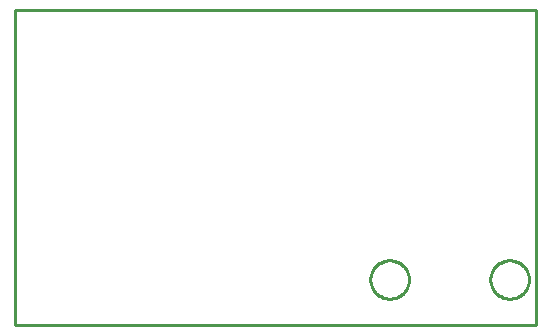
<source format=gbr>
G04 EAGLE Gerber RS-274X export*
G75*
%MOMM*%
%FSLAX34Y34*%
%LPD*%
%IN*%
%IPPOS*%
%AMOC8*
5,1,8,0,0,1.08239X$1,22.5*%
G01*
%ADD10C,0.254000*%


D10*
X0Y0D02*
X441200Y0D01*
X441200Y266600D01*
X0Y266600D01*
X0Y0D01*
X333756Y37568D02*
X333686Y36506D01*
X333547Y35451D01*
X333340Y34407D01*
X333064Y33379D01*
X332722Y32371D01*
X332315Y31387D01*
X331844Y30433D01*
X331312Y29511D01*
X330721Y28626D01*
X330073Y27782D01*
X329371Y26982D01*
X328618Y26229D01*
X327818Y25527D01*
X326974Y24879D01*
X326089Y24288D01*
X325167Y23756D01*
X324213Y23285D01*
X323229Y22878D01*
X322221Y22536D01*
X321193Y22260D01*
X320149Y22053D01*
X319094Y21914D01*
X318032Y21844D01*
X316968Y21844D01*
X315906Y21914D01*
X314851Y22053D01*
X313807Y22260D01*
X312779Y22536D01*
X311771Y22878D01*
X310787Y23285D01*
X309833Y23756D01*
X308911Y24288D01*
X308026Y24879D01*
X307182Y25527D01*
X306382Y26229D01*
X305629Y26982D01*
X304927Y27782D01*
X304279Y28626D01*
X303688Y29511D01*
X303156Y30433D01*
X302685Y31387D01*
X302278Y32371D01*
X301936Y33379D01*
X301660Y34407D01*
X301453Y35451D01*
X301314Y36506D01*
X301244Y37568D01*
X301244Y38632D01*
X301314Y39694D01*
X301453Y40749D01*
X301660Y41793D01*
X301936Y42821D01*
X302278Y43829D01*
X302685Y44813D01*
X303156Y45767D01*
X303688Y46689D01*
X304279Y47574D01*
X304927Y48418D01*
X305629Y49218D01*
X306382Y49971D01*
X307182Y50673D01*
X308026Y51321D01*
X308911Y51912D01*
X309833Y52444D01*
X310787Y52915D01*
X311771Y53322D01*
X312779Y53664D01*
X313807Y53940D01*
X314851Y54147D01*
X315906Y54286D01*
X316968Y54356D01*
X318032Y54356D01*
X319094Y54286D01*
X320149Y54147D01*
X321193Y53940D01*
X322221Y53664D01*
X323229Y53322D01*
X324213Y52915D01*
X325167Y52444D01*
X326089Y51912D01*
X326974Y51321D01*
X327818Y50673D01*
X328618Y49971D01*
X329371Y49218D01*
X330073Y48418D01*
X330721Y47574D01*
X331312Y46689D01*
X331844Y45767D01*
X332315Y44813D01*
X332722Y43829D01*
X333064Y42821D01*
X333340Y41793D01*
X333547Y40749D01*
X333686Y39694D01*
X333756Y38632D01*
X333756Y37568D01*
X435356Y37568D02*
X435286Y36506D01*
X435147Y35451D01*
X434940Y34407D01*
X434664Y33379D01*
X434322Y32371D01*
X433915Y31387D01*
X433444Y30433D01*
X432912Y29511D01*
X432321Y28626D01*
X431673Y27782D01*
X430971Y26982D01*
X430218Y26229D01*
X429418Y25527D01*
X428574Y24879D01*
X427689Y24288D01*
X426767Y23756D01*
X425813Y23285D01*
X424829Y22878D01*
X423821Y22536D01*
X422793Y22260D01*
X421749Y22053D01*
X420694Y21914D01*
X419632Y21844D01*
X418568Y21844D01*
X417506Y21914D01*
X416451Y22053D01*
X415407Y22260D01*
X414379Y22536D01*
X413371Y22878D01*
X412387Y23285D01*
X411433Y23756D01*
X410511Y24288D01*
X409626Y24879D01*
X408782Y25527D01*
X407982Y26229D01*
X407229Y26982D01*
X406527Y27782D01*
X405879Y28626D01*
X405288Y29511D01*
X404756Y30433D01*
X404285Y31387D01*
X403878Y32371D01*
X403536Y33379D01*
X403260Y34407D01*
X403053Y35451D01*
X402914Y36506D01*
X402844Y37568D01*
X402844Y38632D01*
X402914Y39694D01*
X403053Y40749D01*
X403260Y41793D01*
X403536Y42821D01*
X403878Y43829D01*
X404285Y44813D01*
X404756Y45767D01*
X405288Y46689D01*
X405879Y47574D01*
X406527Y48418D01*
X407229Y49218D01*
X407982Y49971D01*
X408782Y50673D01*
X409626Y51321D01*
X410511Y51912D01*
X411433Y52444D01*
X412387Y52915D01*
X413371Y53322D01*
X414379Y53664D01*
X415407Y53940D01*
X416451Y54147D01*
X417506Y54286D01*
X418568Y54356D01*
X419632Y54356D01*
X420694Y54286D01*
X421749Y54147D01*
X422793Y53940D01*
X423821Y53664D01*
X424829Y53322D01*
X425813Y52915D01*
X426767Y52444D01*
X427689Y51912D01*
X428574Y51321D01*
X429418Y50673D01*
X430218Y49971D01*
X430971Y49218D01*
X431673Y48418D01*
X432321Y47574D01*
X432912Y46689D01*
X433444Y45767D01*
X433915Y44813D01*
X434322Y43829D01*
X434664Y42821D01*
X434940Y41793D01*
X435147Y40749D01*
X435286Y39694D01*
X435356Y38632D01*
X435356Y37568D01*
M02*

</source>
